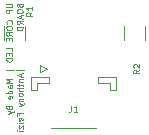
<source format=gto>
G04 #@! TF.FileFunction,Legend,Top*
%FSLAX46Y46*%
G04 Gerber Fmt 4.6, Leading zero omitted, Abs format (unit mm)*
G04 Created by KiCad (PCBNEW 4.0.7) date 02/01/19 22:39:00*
%MOMM*%
%LPD*%
G01*
G04 APERTURE LIST*
%ADD10C,0.100000*%
%ADD11C,0.125000*%
%ADD12C,0.120000*%
G04 APERTURE END LIST*
D10*
D11*
X161848690Y-114368248D02*
X162253452Y-114368248D01*
X162301071Y-114392057D01*
X162324881Y-114415867D01*
X162348690Y-114463486D01*
X162348690Y-114558724D01*
X162324881Y-114606343D01*
X162301071Y-114630152D01*
X162253452Y-114653962D01*
X161848690Y-114653962D01*
X162348690Y-114892058D02*
X161848690Y-114892058D01*
X161848690Y-115082534D01*
X161872500Y-115130153D01*
X161896310Y-115153962D01*
X161943929Y-115177772D01*
X162015357Y-115177772D01*
X162062976Y-115153962D01*
X162086786Y-115130153D01*
X162110595Y-115082534D01*
X162110595Y-114892058D01*
X162301071Y-116058724D02*
X162324881Y-116034914D01*
X162348690Y-115963486D01*
X162348690Y-115915867D01*
X162324881Y-115844438D01*
X162277262Y-115796819D01*
X162229643Y-115773010D01*
X162134405Y-115749200D01*
X162062976Y-115749200D01*
X161967738Y-115773010D01*
X161920119Y-115796819D01*
X161872500Y-115844438D01*
X161848690Y-115915867D01*
X161848690Y-115963486D01*
X161872500Y-116034914D01*
X161896310Y-116058724D01*
X161848690Y-116368248D02*
X161848690Y-116463486D01*
X161872500Y-116511105D01*
X161920119Y-116558724D01*
X162015357Y-116582533D01*
X162182024Y-116582533D01*
X162277262Y-116558724D01*
X162324881Y-116511105D01*
X162348690Y-116463486D01*
X162348690Y-116368248D01*
X162324881Y-116320629D01*
X162277262Y-116273010D01*
X162182024Y-116249200D01*
X162015357Y-116249200D01*
X161920119Y-116273010D01*
X161872500Y-116320629D01*
X161848690Y-116368248D01*
X162348690Y-117082534D02*
X162110595Y-116915867D01*
X162348690Y-116796820D02*
X161848690Y-116796820D01*
X161848690Y-116987296D01*
X161872500Y-117034915D01*
X161896310Y-117058724D01*
X161943929Y-117082534D01*
X162015357Y-117082534D01*
X162062976Y-117058724D01*
X162086786Y-117034915D01*
X162110595Y-116987296D01*
X162110595Y-116796820D01*
X162086786Y-117296820D02*
X162086786Y-117463486D01*
X162348690Y-117534915D02*
X162348690Y-117296820D01*
X161848690Y-117296820D01*
X161848690Y-117534915D01*
X162348690Y-118368248D02*
X162348690Y-118130153D01*
X161848690Y-118130153D01*
X162086786Y-118534915D02*
X162086786Y-118701581D01*
X162348690Y-118773010D02*
X162348690Y-118534915D01*
X161848690Y-118534915D01*
X161848690Y-118773010D01*
X162348690Y-118987296D02*
X161848690Y-118987296D01*
X161848690Y-119106343D01*
X161872500Y-119177772D01*
X161920119Y-119225391D01*
X161967738Y-119249200D01*
X162062976Y-119273010D01*
X162134405Y-119273010D01*
X162229643Y-119249200D01*
X162277262Y-119225391D01*
X162324881Y-119177772D01*
X162348690Y-119106343D01*
X162348690Y-118987296D01*
X162515357Y-119987295D02*
X161801071Y-119987295D01*
X162348690Y-120725390D02*
X161848690Y-120725390D01*
X162205833Y-120892056D01*
X161848690Y-121058723D01*
X162348690Y-121058723D01*
X162348690Y-121511104D02*
X162086786Y-121511104D01*
X162039167Y-121487295D01*
X162015357Y-121439676D01*
X162015357Y-121344438D01*
X162039167Y-121296819D01*
X162324881Y-121511104D02*
X162348690Y-121463485D01*
X162348690Y-121344438D01*
X162324881Y-121296819D01*
X162277262Y-121273009D01*
X162229643Y-121273009D01*
X162182024Y-121296819D01*
X162158214Y-121344438D01*
X162158214Y-121463485D01*
X162134405Y-121511104D01*
X162348690Y-121963485D02*
X161848690Y-121963485D01*
X162324881Y-121963485D02*
X162348690Y-121915866D01*
X162348690Y-121820628D01*
X162324881Y-121773009D01*
X162301071Y-121749200D01*
X162253452Y-121725390D01*
X162110595Y-121725390D01*
X162062976Y-121749200D01*
X162039167Y-121773009D01*
X162015357Y-121820628D01*
X162015357Y-121915866D01*
X162039167Y-121963485D01*
X162324881Y-122392057D02*
X162348690Y-122344438D01*
X162348690Y-122249200D01*
X162324881Y-122201581D01*
X162277262Y-122177771D01*
X162086786Y-122177771D01*
X162039167Y-122201581D01*
X162015357Y-122249200D01*
X162015357Y-122344438D01*
X162039167Y-122392057D01*
X162086786Y-122415866D01*
X162134405Y-122415866D01*
X162182024Y-122177771D01*
X162086786Y-123177770D02*
X162110595Y-123249199D01*
X162134405Y-123273008D01*
X162182024Y-123296818D01*
X162253452Y-123296818D01*
X162301071Y-123273008D01*
X162324881Y-123249199D01*
X162348690Y-123201580D01*
X162348690Y-123011104D01*
X161848690Y-123011104D01*
X161848690Y-123177770D01*
X161872500Y-123225389D01*
X161896310Y-123249199D01*
X161943929Y-123273008D01*
X161991548Y-123273008D01*
X162039167Y-123249199D01*
X162062976Y-123225389D01*
X162086786Y-123177770D01*
X162086786Y-123011104D01*
X162015357Y-123463485D02*
X162348690Y-123582532D01*
X162015357Y-123701580D02*
X162348690Y-123582532D01*
X162467738Y-123534913D01*
X162491548Y-123511104D01*
X162515357Y-123463485D01*
X162961786Y-114534914D02*
X162985595Y-114606343D01*
X163009405Y-114630152D01*
X163057024Y-114653962D01*
X163128452Y-114653962D01*
X163176071Y-114630152D01*
X163199881Y-114606343D01*
X163223690Y-114558724D01*
X163223690Y-114368248D01*
X162723690Y-114368248D01*
X162723690Y-114534914D01*
X162747500Y-114582533D01*
X162771310Y-114606343D01*
X162818929Y-114630152D01*
X162866548Y-114630152D01*
X162914167Y-114606343D01*
X162937976Y-114582533D01*
X162961786Y-114534914D01*
X162961786Y-114368248D01*
X162723690Y-114963486D02*
X162723690Y-115058724D01*
X162747500Y-115106343D01*
X162795119Y-115153962D01*
X162890357Y-115177771D01*
X163057024Y-115177771D01*
X163152262Y-115153962D01*
X163199881Y-115106343D01*
X163223690Y-115058724D01*
X163223690Y-114963486D01*
X163199881Y-114915867D01*
X163152262Y-114868248D01*
X163057024Y-114844438D01*
X162890357Y-114844438D01*
X162795119Y-114868248D01*
X162747500Y-114915867D01*
X162723690Y-114963486D01*
X163080833Y-115368248D02*
X163080833Y-115606343D01*
X163223690Y-115320629D02*
X162723690Y-115487296D01*
X163223690Y-115653962D01*
X163223690Y-116106343D02*
X162985595Y-115939676D01*
X163223690Y-115820629D02*
X162723690Y-115820629D01*
X162723690Y-116011105D01*
X162747500Y-116058724D01*
X162771310Y-116082533D01*
X162818929Y-116106343D01*
X162890357Y-116106343D01*
X162937976Y-116082533D01*
X162961786Y-116058724D01*
X162985595Y-116011105D01*
X162985595Y-115820629D01*
X163223690Y-116320629D02*
X162723690Y-116320629D01*
X162723690Y-116439676D01*
X162747500Y-116511105D01*
X162795119Y-116558724D01*
X162842738Y-116582533D01*
X162937976Y-116606343D01*
X163009405Y-116606343D01*
X163104643Y-116582533D01*
X163152262Y-116558724D01*
X163199881Y-116511105D01*
X163223690Y-116439676D01*
X163223690Y-116320629D01*
X163390357Y-119987292D02*
X162676071Y-119987292D01*
X163080833Y-120320625D02*
X163080833Y-120558720D01*
X163223690Y-120273006D02*
X162723690Y-120439673D01*
X163223690Y-120606339D01*
X162890357Y-120773006D02*
X163223690Y-120773006D01*
X162937976Y-120773006D02*
X162914167Y-120796815D01*
X162890357Y-120844434D01*
X162890357Y-120915863D01*
X162914167Y-120963482D01*
X162961786Y-120987291D01*
X163223690Y-120987291D01*
X162890357Y-121153958D02*
X162890357Y-121344434D01*
X162723690Y-121225387D02*
X163152262Y-121225387D01*
X163199881Y-121249196D01*
X163223690Y-121296815D01*
X163223690Y-121344434D01*
X163223690Y-121511101D02*
X162723690Y-121511101D01*
X163223690Y-121725386D02*
X162961786Y-121725386D01*
X162914167Y-121701577D01*
X162890357Y-121653958D01*
X162890357Y-121582529D01*
X162914167Y-121534910D01*
X162937976Y-121511101D01*
X163223690Y-122034910D02*
X163199881Y-121987291D01*
X163176071Y-121963482D01*
X163128452Y-121939672D01*
X162985595Y-121939672D01*
X162937976Y-121963482D01*
X162914167Y-121987291D01*
X162890357Y-122034910D01*
X162890357Y-122106339D01*
X162914167Y-122153958D01*
X162937976Y-122177767D01*
X162985595Y-122201577D01*
X163128452Y-122201577D01*
X163176071Y-122177767D01*
X163199881Y-122153958D01*
X163223690Y-122106339D01*
X163223690Y-122034910D01*
X162890357Y-122415863D02*
X163223690Y-122415863D01*
X162937976Y-122415863D02*
X162914167Y-122439672D01*
X162890357Y-122487291D01*
X162890357Y-122558720D01*
X162914167Y-122606339D01*
X162961786Y-122630148D01*
X163223690Y-122630148D01*
X162890357Y-122820625D02*
X163223690Y-122939672D01*
X162890357Y-123058720D02*
X163223690Y-122939672D01*
X163342738Y-122892053D01*
X163366548Y-122868244D01*
X163390357Y-122820625D01*
X162961786Y-123796814D02*
X162961786Y-123630148D01*
X163223690Y-123630148D02*
X162723690Y-123630148D01*
X162723690Y-123868243D01*
X163199881Y-124249195D02*
X163223690Y-124201576D01*
X163223690Y-124106338D01*
X163199881Y-124058719D01*
X163152262Y-124034909D01*
X162961786Y-124034909D01*
X162914167Y-124058719D01*
X162890357Y-124106338D01*
X162890357Y-124201576D01*
X162914167Y-124249195D01*
X162961786Y-124273004D01*
X163009405Y-124273004D01*
X163057024Y-124034909D01*
X163223690Y-124487290D02*
X162890357Y-124487290D01*
X162723690Y-124487290D02*
X162747500Y-124463480D01*
X162771310Y-124487290D01*
X162747500Y-124511099D01*
X162723690Y-124487290D01*
X162771310Y-124487290D01*
X162890357Y-124677766D02*
X162890357Y-124939670D01*
X163223690Y-124677766D01*
X163223690Y-124939670D01*
X163223690Y-125130147D02*
X162890357Y-125130147D01*
X162723690Y-125130147D02*
X162747500Y-125106337D01*
X162771310Y-125130147D01*
X162747500Y-125153956D01*
X162723690Y-125130147D01*
X162771310Y-125130147D01*
D12*
X165638400Y-124871600D02*
X169438400Y-124871600D01*
X163938400Y-121671600D02*
X163938400Y-120571600D01*
X163938400Y-120571600D02*
X165488400Y-120571600D01*
X165488400Y-120571600D02*
X165488400Y-121071600D01*
X165488400Y-121071600D02*
X164438400Y-121071600D01*
X164438400Y-121071600D02*
X164438400Y-121671600D01*
X164438400Y-121671600D02*
X163938400Y-121671600D01*
X171138400Y-121671600D02*
X171138400Y-120571600D01*
X171138400Y-120571600D02*
X169588400Y-120571600D01*
X169588400Y-120571600D02*
X169588400Y-121071600D01*
X169588400Y-121071600D02*
X170638400Y-121071600D01*
X170638400Y-121071600D02*
X170638400Y-121671600D01*
X170638400Y-121671600D02*
X171138400Y-121671600D01*
X165288400Y-119871600D02*
X164688400Y-119571600D01*
X164688400Y-119571600D02*
X164688400Y-120171600D01*
X164688400Y-120171600D02*
X165288400Y-119871600D01*
X163440000Y-116240000D02*
X163440000Y-117440000D01*
X161680000Y-117440000D02*
X161680000Y-116240000D01*
X171840000Y-117440000D02*
X171840000Y-116240000D01*
X173600000Y-116240000D02*
X173600000Y-117440000D01*
D10*
X167371734Y-123017790D02*
X167371734Y-123374933D01*
X167347924Y-123446362D01*
X167300305Y-123493981D01*
X167228877Y-123517790D01*
X167181258Y-123517790D01*
X167871733Y-123517790D02*
X167586019Y-123517790D01*
X167728876Y-123517790D02*
X167728876Y-123017790D01*
X167681257Y-123089219D01*
X167633638Y-123136838D01*
X167586019Y-123160648D01*
X164056190Y-115094533D02*
X163818095Y-115261200D01*
X164056190Y-115380247D02*
X163556190Y-115380247D01*
X163556190Y-115189771D01*
X163580000Y-115142152D01*
X163603810Y-115118343D01*
X163651429Y-115094533D01*
X163722857Y-115094533D01*
X163770476Y-115118343D01*
X163794286Y-115142152D01*
X163818095Y-115189771D01*
X163818095Y-115380247D01*
X164056190Y-114618343D02*
X164056190Y-114904057D01*
X164056190Y-114761200D02*
X163556190Y-114761200D01*
X163627619Y-114808819D01*
X163675238Y-114856438D01*
X163699048Y-114904057D01*
X173098590Y-119971333D02*
X172860495Y-120138000D01*
X173098590Y-120257047D02*
X172598590Y-120257047D01*
X172598590Y-120066571D01*
X172622400Y-120018952D01*
X172646210Y-119995143D01*
X172693829Y-119971333D01*
X172765257Y-119971333D01*
X172812876Y-119995143D01*
X172836686Y-120018952D01*
X172860495Y-120066571D01*
X172860495Y-120257047D01*
X172646210Y-119780857D02*
X172622400Y-119757047D01*
X172598590Y-119709428D01*
X172598590Y-119590381D01*
X172622400Y-119542762D01*
X172646210Y-119518952D01*
X172693829Y-119495143D01*
X172741448Y-119495143D01*
X172812876Y-119518952D01*
X173098590Y-119804666D01*
X173098590Y-119495143D01*
M02*

</source>
